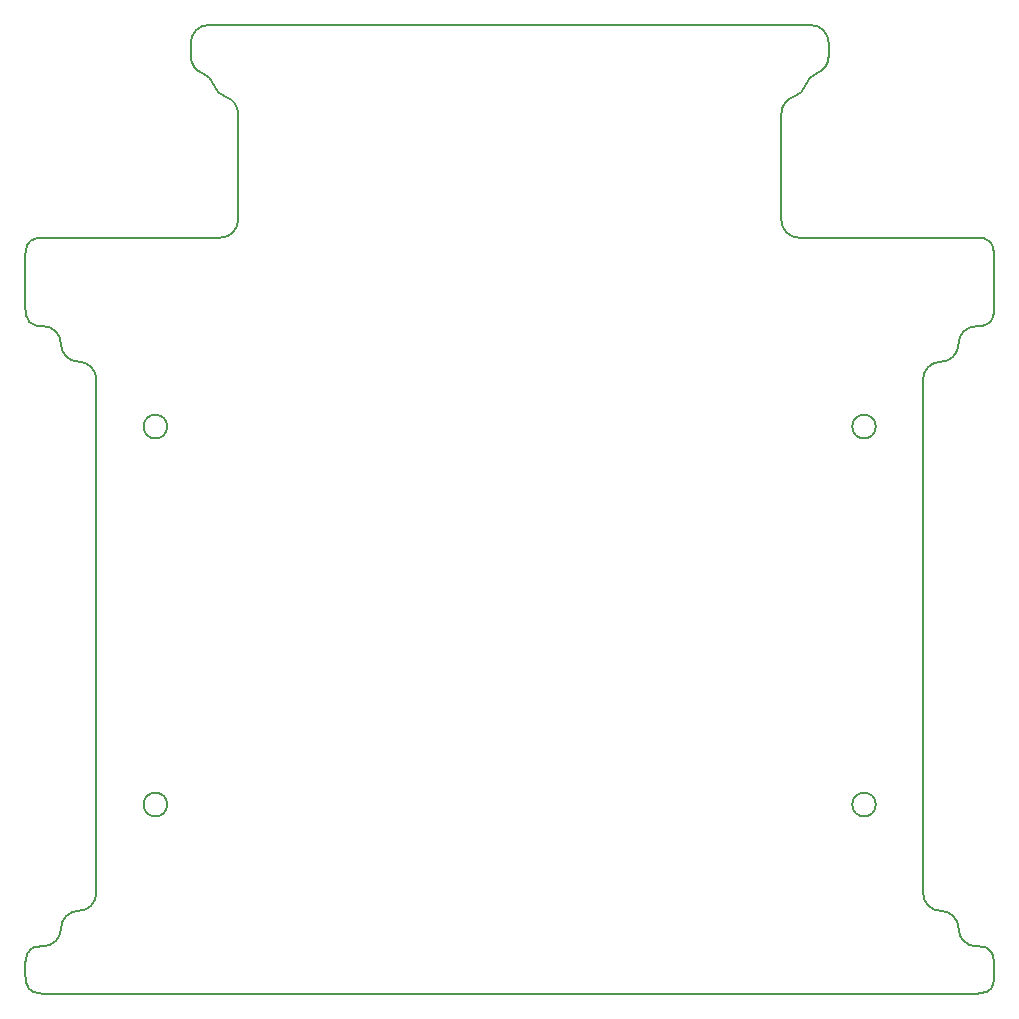
<source format=gm1>
G04 #@! TF.GenerationSoftware,KiCad,Pcbnew,(7.0.0)*
G04 #@! TF.CreationDate,2023-11-19T14:20:01+01:00*
G04 #@! TF.ProjectId,Middle,4d696464-6c65-42e6-9b69-6361645f7063,rev?*
G04 #@! TF.SameCoordinates,Original*
G04 #@! TF.FileFunction,Profile,NP*
%FSLAX46Y46*%
G04 Gerber Fmt 4.6, Leading zero omitted, Abs format (unit mm)*
G04 Created by KiCad (PCBNEW (7.0.0)) date 2023-11-19 14:20:01*
%MOMM*%
%LPD*%
G01*
G04 APERTURE LIST*
G04 #@! TA.AperFunction,Profile*
%ADD10C,0.200000*%
G04 #@! TD*
%ADD11C,0.200000*%
G04 APERTURE END LIST*
D10*
X93500000Y-135000000D02*
G75*
G03*
X95000000Y-133500000I0J1500000D01*
G01*
X103000000Y-61500000D02*
X103000000Y-62671573D01*
D11*
X169500000Y-138000000D02*
X169708835Y-138006165D01*
X169921953Y-138027911D01*
X170132743Y-138070609D01*
X170228254Y-138099325D01*
X89043877Y-138984090D02*
X89014020Y-139192356D01*
X89001253Y-139403486D01*
X89000000Y-139500000D01*
X89099325Y-84728254D02*
X89178407Y-84913314D01*
X89289229Y-85080497D01*
X89306687Y-85101164D01*
D10*
X155999986Y-64085748D02*
G75*
G03*
X157000000Y-62671573I-499886J1414148D01*
G01*
D11*
X89000000Y-140500000D02*
X89006165Y-140708835D01*
X89027911Y-140921953D01*
X89070609Y-141132743D01*
X89099325Y-141228254D01*
D10*
X89000000Y-139500000D02*
X89000000Y-140500000D01*
X103000026Y-62671573D02*
G75*
G03*
X104000000Y-64085786I1499974J-27D01*
G01*
X156000000Y-64085787D02*
G75*
G03*
X155064587Y-65064586I500000J-1414213D01*
G01*
X95000000Y-90000000D02*
X95000000Y-133500000D01*
D11*
X89984090Y-85456123D02*
X90192356Y-85485979D01*
X90403486Y-85498746D01*
X90500000Y-85500000D01*
D10*
X161000000Y-94000000D02*
G75*
G03*
X161000000Y-94000000I-1000000J0D01*
G01*
D11*
X170015910Y-141956123D02*
X169807643Y-141985979D01*
X169596513Y-141998746D01*
X169500000Y-142000000D01*
X170828226Y-138599348D02*
X170905765Y-138787115D01*
X170956123Y-138984090D01*
X89771746Y-78099325D02*
X89586685Y-78178407D01*
X89419502Y-78289229D01*
X89398836Y-78306687D01*
D10*
X168000000Y-136500000D02*
G75*
G03*
X166500000Y-135000000I-1500000J0D01*
G01*
X101000000Y-126000000D02*
G75*
G03*
X101000000Y-126000000I-1000000J0D01*
G01*
D11*
X89984090Y-141956123D02*
X90192356Y-141985979D01*
X90403486Y-141998746D01*
X90500000Y-142000000D01*
D10*
X157000000Y-62671573D02*
X157000000Y-61500000D01*
D11*
X89599348Y-85328226D02*
X89787115Y-85405765D01*
X89984090Y-85456123D01*
X89000000Y-84000000D02*
X89006165Y-84208835D01*
X89027911Y-84421953D01*
X89070609Y-84632743D01*
X89099325Y-84728254D01*
X170693313Y-141601164D02*
X170539455Y-141742625D01*
X170400652Y-141828226D01*
X170400652Y-141828226D02*
X170212884Y-141905765D01*
X170015910Y-141956123D01*
D10*
X105500000Y-78000000D02*
G75*
G03*
X107000000Y-76500000I0J1500000D01*
G01*
D11*
X170693313Y-85101164D02*
X170539455Y-85242625D01*
X170400652Y-85328226D01*
D10*
X171000000Y-140500000D02*
X171000000Y-139500000D01*
X153000000Y-76500000D02*
X153000000Y-67500000D01*
X104935415Y-65064586D02*
G75*
G03*
X105935414Y-66064585I1435385J435386D01*
G01*
X107000000Y-67500000D02*
X107000000Y-76500000D01*
X90500000Y-142000000D02*
X169500000Y-142000000D01*
X169500000Y-85500000D02*
G75*
G03*
X168000000Y-87000000I0J-1500000D01*
G01*
D11*
X170015910Y-85456123D02*
X169807643Y-85485979D01*
X169596513Y-85498746D01*
X169500000Y-85500000D01*
D10*
X153000000Y-76500000D02*
G75*
G03*
X154500000Y-78000000I1500000J0D01*
G01*
X104500000Y-60000000D02*
G75*
G03*
X103000000Y-61500000I0J-1500000D01*
G01*
D11*
X171000000Y-140500000D02*
X170993834Y-140708835D01*
X170972088Y-140921953D01*
X170929390Y-141132743D01*
X170900675Y-141228254D01*
X89599348Y-141828226D02*
X89787115Y-141905765D01*
X89984090Y-141956123D01*
D10*
X166500000Y-88500000D02*
G75*
G03*
X165000000Y-90000000I0J-1500000D01*
G01*
D11*
X170228254Y-138099325D02*
X170413314Y-138178407D01*
X170580497Y-138289229D01*
X170601164Y-138306687D01*
D10*
X157000000Y-61500000D02*
G75*
G03*
X155500000Y-60000000I-1500000J0D01*
G01*
X104935414Y-65064586D02*
G75*
G03*
X104000000Y-64085786I-1435414J-435414D01*
G01*
D11*
X90500000Y-78000000D02*
X90291164Y-78006165D01*
X90078046Y-78027911D01*
X89867256Y-78070609D01*
X89771746Y-78099325D01*
D10*
X106999999Y-67500000D02*
G75*
G03*
X105935414Y-66064587I-1499999J0D01*
G01*
D11*
X171000000Y-84000000D02*
X170993834Y-84208835D01*
X170972088Y-84421953D01*
X170929390Y-84632743D01*
X170900675Y-84728254D01*
X170956123Y-78984090D02*
X170985979Y-79192356D01*
X170998746Y-79403486D01*
X171000000Y-79500000D01*
D10*
X154064586Y-66064585D02*
G75*
G03*
X155064585Y-65064586I-435386J1435385D01*
G01*
X166500000Y-88500000D02*
G75*
G03*
X168000000Y-87000000I0J1500000D01*
G01*
D11*
X170900675Y-84728254D02*
X170821592Y-84913314D01*
X170710770Y-85080497D01*
X170693313Y-85101164D01*
X170828226Y-78599348D02*
X170905765Y-78787115D01*
X170956123Y-78984090D01*
D10*
X155500000Y-60000000D02*
X104500000Y-60000000D01*
X89000000Y-79500000D02*
X89000000Y-84000000D01*
X154064586Y-66064586D02*
G75*
G03*
X153000000Y-67500000I435414J-1435414D01*
G01*
D11*
X90500000Y-138000000D02*
X90291164Y-138006165D01*
X90078046Y-138027911D01*
X89867256Y-138070609D01*
X89771746Y-138099325D01*
X170601164Y-78306687D02*
X170742625Y-78460544D01*
X170828226Y-78599348D01*
X170400652Y-85328226D02*
X170212884Y-85405765D01*
X170015910Y-85456123D01*
X170900675Y-141228254D02*
X170821592Y-141413314D01*
X170710770Y-141580497D01*
X170693313Y-141601164D01*
X170956123Y-138984090D02*
X170985979Y-139192356D01*
X170998746Y-139403486D01*
X171000000Y-139500000D01*
D10*
X171000000Y-84000000D02*
X171000000Y-79500000D01*
X92000000Y-87000000D02*
G75*
G03*
X93500000Y-88500000I1500000J0D01*
G01*
D11*
X89043877Y-78984090D02*
X89014020Y-79192356D01*
X89001253Y-79403486D01*
X89000000Y-79500000D01*
X169500000Y-78000000D02*
X169708835Y-78006165D01*
X169921953Y-78027911D01*
X170132743Y-78070609D01*
X170228254Y-78099325D01*
X89306687Y-85101164D02*
X89460544Y-85242625D01*
X89599348Y-85328226D01*
X170601164Y-138306687D02*
X170742625Y-138460544D01*
X170828226Y-138599348D01*
X89306687Y-141601164D02*
X89460544Y-141742625D01*
X89599348Y-141828226D01*
D10*
X90500000Y-138000000D02*
G75*
G03*
X92000000Y-136500000I0J1500000D01*
G01*
D11*
X89398836Y-78306687D02*
X89257374Y-78460544D01*
X89171774Y-78599348D01*
D10*
X165000000Y-133500000D02*
X165000000Y-90000000D01*
D11*
X170228254Y-78099325D02*
X170413314Y-78178407D01*
X170580497Y-78289229D01*
X170601164Y-78306687D01*
D10*
X165000000Y-133500000D02*
G75*
G03*
X166500000Y-135000000I1500000J0D01*
G01*
D11*
X89771746Y-138099325D02*
X89586685Y-138178407D01*
X89419502Y-138289229D01*
X89398836Y-138306687D01*
D10*
X105500000Y-78000000D02*
X90500000Y-78000000D01*
X161000000Y-126000000D02*
G75*
G03*
X161000000Y-126000000I-1000000J0D01*
G01*
D11*
X89171774Y-78599348D02*
X89094234Y-78787115D01*
X89043877Y-78984090D01*
D10*
X92000000Y-87000000D02*
G75*
G03*
X90500000Y-85500000I-1500000J0D01*
G01*
X168000000Y-136500000D02*
G75*
G03*
X169500000Y-138000000I1500000J0D01*
G01*
X95000000Y-90000000D02*
G75*
G03*
X93500000Y-88500000I-1500000J0D01*
G01*
D11*
X89398836Y-138306687D02*
X89257374Y-138460544D01*
X89171774Y-138599348D01*
D10*
X169500000Y-78000000D02*
X154500000Y-78000000D01*
X101000000Y-94000000D02*
G75*
G03*
X101000000Y-94000000I-1000000J0D01*
G01*
D11*
X89099325Y-141228254D02*
X89178407Y-141413314D01*
X89289229Y-141580497D01*
X89306687Y-141601164D01*
D10*
X93500000Y-135000000D02*
G75*
G03*
X92000000Y-136500000I0J-1500000D01*
G01*
D11*
X89171774Y-138599348D02*
X89094234Y-138787115D01*
X89043877Y-138984090D01*
M02*

</source>
